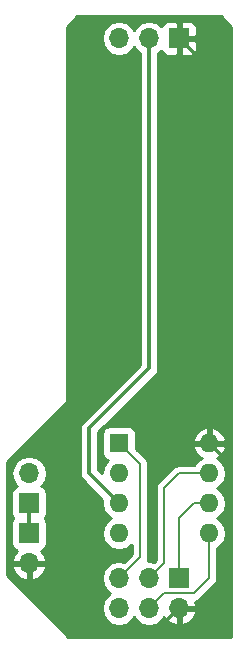
<source format=gtl>
G04 #@! TF.FileFunction,Copper,L1,Top,Signal*
%FSLAX46Y46*%
G04 Gerber Fmt 4.6, Leading zero omitted, Abs format (unit mm)*
G04 Created by KiCad (PCBNEW 4.0.7-e2-6376~61~ubuntu18.04.1) date Sat Nov 23 09:42:22 2019*
%MOMM*%
%LPD*%
G01*
G04 APERTURE LIST*
%ADD10C,0.100000*%
%ADD11R,1.700000X1.700000*%
%ADD12O,1.700000X1.700000*%
%ADD13R,1.600000X1.600000*%
%ADD14O,1.600000X1.600000*%
%ADD15C,0.304800*%
%ADD16C,0.152400*%
%ADD17C,0.254000*%
G04 APERTURE END LIST*
D10*
D11*
X15240000Y63500000D03*
D12*
X12700000Y63500000D03*
X10160000Y63500000D03*
D11*
X2540000Y21590000D03*
D12*
X2540000Y19050000D03*
D11*
X2540000Y24130000D03*
D12*
X2540000Y26670000D03*
D13*
X10160000Y29210000D03*
D14*
X17780000Y21590000D03*
X10160000Y26670000D03*
X17780000Y24130000D03*
X10160000Y24130000D03*
X17780000Y26670000D03*
X10160000Y21590000D03*
X17780000Y29210000D03*
D11*
X15240000Y17780000D03*
D12*
X15240000Y15240000D03*
X12700000Y17780000D03*
X12700000Y15240000D03*
X10160000Y17780000D03*
X10160000Y15240000D03*
D15*
X17780000Y29210000D02*
X19558000Y27432000D01*
X17780000Y29210000D02*
X17780000Y60960000D01*
X17780000Y60960000D02*
X15240000Y63500000D01*
X15240000Y15240000D02*
X13462000Y13462000D01*
X3810000Y19050000D02*
X2540000Y19050000D01*
X9398000Y13462000D02*
X3810000Y19050000D01*
X13462000Y13462000D02*
X9398000Y13462000D01*
X17780000Y15240000D02*
X15240000Y15240000D01*
X19558000Y16510000D02*
X17780000Y15240000D01*
X19558000Y27432000D02*
X19558000Y16510000D01*
X10160000Y24130000D02*
X7620000Y26670000D01*
X12700000Y35560000D02*
X12700000Y63500000D01*
X7620000Y30480000D02*
X12700000Y35560000D01*
X7620000Y26670000D02*
X7620000Y30480000D01*
X2540000Y24130000D02*
X2540000Y21590000D01*
D16*
X10160000Y29210000D02*
X11938000Y27432000D01*
X11938000Y19558000D02*
X10160000Y17780000D01*
X11938000Y27432000D02*
X11938000Y19558000D01*
X17780000Y21590000D02*
X17780000Y17780000D01*
X13970000Y16510000D02*
X12700000Y15240000D01*
X16510000Y16510000D02*
X13970000Y16510000D01*
X17780000Y17780000D02*
X16510000Y16510000D01*
X17780000Y24130000D02*
X16510000Y24130000D01*
X15240000Y22860000D02*
X15240000Y17780000D01*
X16510000Y24130000D02*
X15240000Y22860000D01*
X13970000Y20320000D02*
X13970000Y19050000D01*
X13970000Y19050000D02*
X12700000Y17780000D01*
X17780000Y26670000D02*
X15240000Y26670000D01*
X13970000Y25400000D02*
X13970000Y20320000D01*
X13970000Y20320000D02*
X13970000Y20320000D01*
X15240000Y26670000D02*
X13970000Y25400000D01*
D17*
G36*
X19635000Y64486264D02*
X19635000Y12827000D01*
X5739738Y12827000D01*
X5712857Y12962138D01*
X5564368Y13184368D01*
X685000Y18063736D01*
X685000Y18693110D01*
X1098524Y18693110D01*
X1268355Y18283076D01*
X1658642Y17854817D01*
X2183108Y17608514D01*
X2413000Y17729181D01*
X2413000Y18923000D01*
X2667000Y18923000D01*
X2667000Y17729181D01*
X2896892Y17608514D01*
X3421358Y17854817D01*
X3811645Y18283076D01*
X3981476Y18693110D01*
X3860155Y18923000D01*
X2667000Y18923000D01*
X2413000Y18923000D01*
X1219845Y18923000D01*
X1098524Y18693110D01*
X685000Y18693110D01*
X685000Y26670000D01*
X1025907Y26670000D01*
X1138946Y26101715D01*
X1460853Y25619946D01*
X1502452Y25592150D01*
X1454683Y25583162D01*
X1238559Y25444090D01*
X1093569Y25231890D01*
X1042560Y24980000D01*
X1042560Y23280000D01*
X1086838Y23044683D01*
X1207015Y22857923D01*
X1093569Y22691890D01*
X1042560Y22440000D01*
X1042560Y20740000D01*
X1086838Y20504683D01*
X1225910Y20288559D01*
X1438110Y20143569D01*
X1546107Y20121699D01*
X1268355Y19816924D01*
X1098524Y19406890D01*
X1219845Y19177000D01*
X2413000Y19177000D01*
X2413000Y19197000D01*
X2667000Y19197000D01*
X2667000Y19177000D01*
X3860155Y19177000D01*
X3981476Y19406890D01*
X3811645Y19816924D01*
X3535499Y20119937D01*
X3625317Y20136838D01*
X3841441Y20275910D01*
X3986431Y20488110D01*
X4037440Y20740000D01*
X4037440Y22440000D01*
X3993162Y22675317D01*
X3872985Y22862077D01*
X3986431Y23028110D01*
X4037440Y23280000D01*
X4037440Y24980000D01*
X3993162Y25215317D01*
X3854090Y25431441D01*
X3641890Y25576431D01*
X3574459Y25590086D01*
X3619147Y25619946D01*
X3941054Y26101715D01*
X4054093Y26670000D01*
X3941054Y27238285D01*
X3619147Y27720054D01*
X3137378Y28041961D01*
X2569093Y28155000D01*
X2510907Y28155000D01*
X1942622Y28041961D01*
X1460853Y27720054D01*
X1138946Y27238285D01*
X1025907Y26670000D01*
X685000Y26670000D01*
X685000Y27656264D01*
X3508736Y30480000D01*
X6832600Y30480000D01*
X6832600Y26670000D01*
X6892537Y26368675D01*
X7063224Y26113224D01*
X8754883Y24421565D01*
X8696887Y24130000D01*
X8806120Y23580849D01*
X9117189Y23115302D01*
X9499275Y22860000D01*
X9117189Y22604698D01*
X8806120Y22139151D01*
X8696887Y21590000D01*
X8806120Y21040849D01*
X9117189Y20575302D01*
X9582736Y20264233D01*
X10131887Y20155000D01*
X10188113Y20155000D01*
X10737264Y20264233D01*
X11202811Y20575302D01*
X11226800Y20611204D01*
X11226800Y19852589D01*
X10583971Y19209760D01*
X10160000Y19294093D01*
X9591715Y19181054D01*
X9109946Y18859147D01*
X8788039Y18377378D01*
X8675000Y17809093D01*
X8675000Y17750907D01*
X8788039Y17182622D01*
X9109946Y16700853D01*
X9395578Y16510000D01*
X9109946Y16319147D01*
X8788039Y15837378D01*
X8675000Y15269093D01*
X8675000Y15210907D01*
X8788039Y14642622D01*
X9109946Y14160853D01*
X9591715Y13838946D01*
X10160000Y13725907D01*
X10728285Y13838946D01*
X11210054Y14160853D01*
X11430000Y14490026D01*
X11649946Y14160853D01*
X12131715Y13838946D01*
X12700000Y13725907D01*
X13268285Y13838946D01*
X13750054Y14160853D01*
X13977702Y14501553D01*
X14044817Y14358642D01*
X14473076Y13968355D01*
X14883110Y13798524D01*
X15113000Y13919845D01*
X15113000Y15113000D01*
X15367000Y15113000D01*
X15367000Y13919845D01*
X15596890Y13798524D01*
X16006924Y13968355D01*
X16435183Y14358642D01*
X16681486Y14883108D01*
X16560819Y15113000D01*
X15367000Y15113000D01*
X15113000Y15113000D01*
X15093000Y15113000D01*
X15093000Y15367000D01*
X15113000Y15367000D01*
X15113000Y15387000D01*
X15367000Y15387000D01*
X15367000Y15367000D01*
X16560819Y15367000D01*
X16681486Y15596892D01*
X16580115Y15812747D01*
X16782165Y15852937D01*
X17012894Y16007106D01*
X18282894Y17277105D01*
X18437063Y17507835D01*
X18481091Y17729181D01*
X18491200Y17780000D01*
X18491200Y20353726D01*
X18822811Y20575302D01*
X19133880Y21040849D01*
X19243113Y21590000D01*
X19133880Y22139151D01*
X18822811Y22604698D01*
X18440725Y22860000D01*
X18822811Y23115302D01*
X19133880Y23580849D01*
X19243113Y24130000D01*
X19133880Y24679151D01*
X18822811Y25144698D01*
X18440725Y25400000D01*
X18822811Y25655302D01*
X19133880Y26120849D01*
X19243113Y26670000D01*
X19133880Y27219151D01*
X18822811Y27684698D01*
X18418297Y27954986D01*
X18635134Y28057611D01*
X19011041Y28472577D01*
X19171904Y28860961D01*
X19049915Y29083000D01*
X17907000Y29083000D01*
X17907000Y29063000D01*
X17653000Y29063000D01*
X17653000Y29083000D01*
X16510085Y29083000D01*
X16388096Y28860961D01*
X16548959Y28472577D01*
X16924866Y28057611D01*
X17141703Y27954986D01*
X16737189Y27684698D01*
X16534398Y27381200D01*
X15240000Y27381200D01*
X15012990Y27336045D01*
X14967835Y27327063D01*
X14737105Y27172894D01*
X13467106Y25902894D01*
X13312937Y25672165D01*
X13312937Y25672164D01*
X13258800Y25400000D01*
X13258800Y19344589D01*
X13123971Y19209760D01*
X12700000Y19294093D01*
X12585341Y19271286D01*
X12595063Y19285836D01*
X12649200Y19558000D01*
X12649200Y27432000D01*
X12595063Y27704164D01*
X12556044Y27762560D01*
X12440895Y27934894D01*
X11607440Y28768349D01*
X11607440Y29559039D01*
X16388096Y29559039D01*
X16510085Y29337000D01*
X17653000Y29337000D01*
X17653000Y30480629D01*
X17907000Y30480629D01*
X17907000Y29337000D01*
X19049915Y29337000D01*
X19171904Y29559039D01*
X19011041Y29947423D01*
X18635134Y30362389D01*
X18129041Y30601914D01*
X17907000Y30480629D01*
X17653000Y30480629D01*
X17430959Y30601914D01*
X16924866Y30362389D01*
X16548959Y29947423D01*
X16388096Y29559039D01*
X11607440Y29559039D01*
X11607440Y30010000D01*
X11563162Y30245317D01*
X11424090Y30461441D01*
X11211890Y30606431D01*
X10960000Y30657440D01*
X9360000Y30657440D01*
X9124683Y30613162D01*
X8908559Y30474090D01*
X8763569Y30261890D01*
X8712560Y30010000D01*
X8712560Y28410000D01*
X8756838Y28174683D01*
X8895910Y27958559D01*
X9108110Y27813569D01*
X9263089Y27782185D01*
X9117189Y27684698D01*
X8806120Y27219151D01*
X8702970Y26700582D01*
X8407400Y26996152D01*
X8407400Y30153848D01*
X13256776Y35003224D01*
X13427463Y35258675D01*
X13487400Y35560000D01*
X13487400Y62245354D01*
X13750054Y62420853D01*
X13779403Y62464777D01*
X13851673Y62290302D01*
X14030301Y62111673D01*
X14263690Y62015000D01*
X14954250Y62015000D01*
X15113000Y62173750D01*
X15113000Y63373000D01*
X15367000Y63373000D01*
X15367000Y62173750D01*
X15525750Y62015000D01*
X16216310Y62015000D01*
X16449699Y62111673D01*
X16628327Y62290302D01*
X16725000Y62523691D01*
X16725000Y63214250D01*
X16566250Y63373000D01*
X15367000Y63373000D01*
X15113000Y63373000D01*
X15093000Y63373000D01*
X15093000Y63627000D01*
X15113000Y63627000D01*
X15113000Y64826250D01*
X15367000Y64826250D01*
X15367000Y63627000D01*
X16566250Y63627000D01*
X16725000Y63785750D01*
X16725000Y64476309D01*
X16628327Y64709698D01*
X16449699Y64888327D01*
X16216310Y64985000D01*
X15525750Y64985000D01*
X15367000Y64826250D01*
X15113000Y64826250D01*
X14954250Y64985000D01*
X14263690Y64985000D01*
X14030301Y64888327D01*
X13851673Y64709698D01*
X13779403Y64535223D01*
X13750054Y64579147D01*
X13268285Y64901054D01*
X12700000Y65014093D01*
X12131715Y64901054D01*
X11649946Y64579147D01*
X11430000Y64249974D01*
X11210054Y64579147D01*
X10728285Y64901054D01*
X10160000Y65014093D01*
X9591715Y64901054D01*
X9109946Y64579147D01*
X8788039Y64097378D01*
X8675000Y63529093D01*
X8675000Y63470907D01*
X8788039Y62902622D01*
X9109946Y62420853D01*
X9591715Y62098946D01*
X10160000Y61985907D01*
X10728285Y62098946D01*
X11210054Y62420853D01*
X11430000Y62750026D01*
X11649946Y62420853D01*
X11912600Y62245354D01*
X11912600Y35886152D01*
X7063224Y31036776D01*
X6892537Y30781325D01*
X6832600Y30480000D01*
X3508736Y30480000D01*
X5564368Y32535632D01*
X5712857Y32757862D01*
X5765000Y33020000D01*
X5765000Y64486264D01*
X6633736Y65355000D01*
X18766264Y65355000D01*
X19635000Y64486264D01*
X19635000Y64486264D01*
G37*
X19635000Y64486264D02*
X19635000Y12827000D01*
X5739738Y12827000D01*
X5712857Y12962138D01*
X5564368Y13184368D01*
X685000Y18063736D01*
X685000Y18693110D01*
X1098524Y18693110D01*
X1268355Y18283076D01*
X1658642Y17854817D01*
X2183108Y17608514D01*
X2413000Y17729181D01*
X2413000Y18923000D01*
X2667000Y18923000D01*
X2667000Y17729181D01*
X2896892Y17608514D01*
X3421358Y17854817D01*
X3811645Y18283076D01*
X3981476Y18693110D01*
X3860155Y18923000D01*
X2667000Y18923000D01*
X2413000Y18923000D01*
X1219845Y18923000D01*
X1098524Y18693110D01*
X685000Y18693110D01*
X685000Y26670000D01*
X1025907Y26670000D01*
X1138946Y26101715D01*
X1460853Y25619946D01*
X1502452Y25592150D01*
X1454683Y25583162D01*
X1238559Y25444090D01*
X1093569Y25231890D01*
X1042560Y24980000D01*
X1042560Y23280000D01*
X1086838Y23044683D01*
X1207015Y22857923D01*
X1093569Y22691890D01*
X1042560Y22440000D01*
X1042560Y20740000D01*
X1086838Y20504683D01*
X1225910Y20288559D01*
X1438110Y20143569D01*
X1546107Y20121699D01*
X1268355Y19816924D01*
X1098524Y19406890D01*
X1219845Y19177000D01*
X2413000Y19177000D01*
X2413000Y19197000D01*
X2667000Y19197000D01*
X2667000Y19177000D01*
X3860155Y19177000D01*
X3981476Y19406890D01*
X3811645Y19816924D01*
X3535499Y20119937D01*
X3625317Y20136838D01*
X3841441Y20275910D01*
X3986431Y20488110D01*
X4037440Y20740000D01*
X4037440Y22440000D01*
X3993162Y22675317D01*
X3872985Y22862077D01*
X3986431Y23028110D01*
X4037440Y23280000D01*
X4037440Y24980000D01*
X3993162Y25215317D01*
X3854090Y25431441D01*
X3641890Y25576431D01*
X3574459Y25590086D01*
X3619147Y25619946D01*
X3941054Y26101715D01*
X4054093Y26670000D01*
X3941054Y27238285D01*
X3619147Y27720054D01*
X3137378Y28041961D01*
X2569093Y28155000D01*
X2510907Y28155000D01*
X1942622Y28041961D01*
X1460853Y27720054D01*
X1138946Y27238285D01*
X1025907Y26670000D01*
X685000Y26670000D01*
X685000Y27656264D01*
X3508736Y30480000D01*
X6832600Y30480000D01*
X6832600Y26670000D01*
X6892537Y26368675D01*
X7063224Y26113224D01*
X8754883Y24421565D01*
X8696887Y24130000D01*
X8806120Y23580849D01*
X9117189Y23115302D01*
X9499275Y22860000D01*
X9117189Y22604698D01*
X8806120Y22139151D01*
X8696887Y21590000D01*
X8806120Y21040849D01*
X9117189Y20575302D01*
X9582736Y20264233D01*
X10131887Y20155000D01*
X10188113Y20155000D01*
X10737264Y20264233D01*
X11202811Y20575302D01*
X11226800Y20611204D01*
X11226800Y19852589D01*
X10583971Y19209760D01*
X10160000Y19294093D01*
X9591715Y19181054D01*
X9109946Y18859147D01*
X8788039Y18377378D01*
X8675000Y17809093D01*
X8675000Y17750907D01*
X8788039Y17182622D01*
X9109946Y16700853D01*
X9395578Y16510000D01*
X9109946Y16319147D01*
X8788039Y15837378D01*
X8675000Y15269093D01*
X8675000Y15210907D01*
X8788039Y14642622D01*
X9109946Y14160853D01*
X9591715Y13838946D01*
X10160000Y13725907D01*
X10728285Y13838946D01*
X11210054Y14160853D01*
X11430000Y14490026D01*
X11649946Y14160853D01*
X12131715Y13838946D01*
X12700000Y13725907D01*
X13268285Y13838946D01*
X13750054Y14160853D01*
X13977702Y14501553D01*
X14044817Y14358642D01*
X14473076Y13968355D01*
X14883110Y13798524D01*
X15113000Y13919845D01*
X15113000Y15113000D01*
X15367000Y15113000D01*
X15367000Y13919845D01*
X15596890Y13798524D01*
X16006924Y13968355D01*
X16435183Y14358642D01*
X16681486Y14883108D01*
X16560819Y15113000D01*
X15367000Y15113000D01*
X15113000Y15113000D01*
X15093000Y15113000D01*
X15093000Y15367000D01*
X15113000Y15367000D01*
X15113000Y15387000D01*
X15367000Y15387000D01*
X15367000Y15367000D01*
X16560819Y15367000D01*
X16681486Y15596892D01*
X16580115Y15812747D01*
X16782165Y15852937D01*
X17012894Y16007106D01*
X18282894Y17277105D01*
X18437063Y17507835D01*
X18481091Y17729181D01*
X18491200Y17780000D01*
X18491200Y20353726D01*
X18822811Y20575302D01*
X19133880Y21040849D01*
X19243113Y21590000D01*
X19133880Y22139151D01*
X18822811Y22604698D01*
X18440725Y22860000D01*
X18822811Y23115302D01*
X19133880Y23580849D01*
X19243113Y24130000D01*
X19133880Y24679151D01*
X18822811Y25144698D01*
X18440725Y25400000D01*
X18822811Y25655302D01*
X19133880Y26120849D01*
X19243113Y26670000D01*
X19133880Y27219151D01*
X18822811Y27684698D01*
X18418297Y27954986D01*
X18635134Y28057611D01*
X19011041Y28472577D01*
X19171904Y28860961D01*
X19049915Y29083000D01*
X17907000Y29083000D01*
X17907000Y29063000D01*
X17653000Y29063000D01*
X17653000Y29083000D01*
X16510085Y29083000D01*
X16388096Y28860961D01*
X16548959Y28472577D01*
X16924866Y28057611D01*
X17141703Y27954986D01*
X16737189Y27684698D01*
X16534398Y27381200D01*
X15240000Y27381200D01*
X15012990Y27336045D01*
X14967835Y27327063D01*
X14737105Y27172894D01*
X13467106Y25902894D01*
X13312937Y25672165D01*
X13312937Y25672164D01*
X13258800Y25400000D01*
X13258800Y19344589D01*
X13123971Y19209760D01*
X12700000Y19294093D01*
X12585341Y19271286D01*
X12595063Y19285836D01*
X12649200Y19558000D01*
X12649200Y27432000D01*
X12595063Y27704164D01*
X12556044Y27762560D01*
X12440895Y27934894D01*
X11607440Y28768349D01*
X11607440Y29559039D01*
X16388096Y29559039D01*
X16510085Y29337000D01*
X17653000Y29337000D01*
X17653000Y30480629D01*
X17907000Y30480629D01*
X17907000Y29337000D01*
X19049915Y29337000D01*
X19171904Y29559039D01*
X19011041Y29947423D01*
X18635134Y30362389D01*
X18129041Y30601914D01*
X17907000Y30480629D01*
X17653000Y30480629D01*
X17430959Y30601914D01*
X16924866Y30362389D01*
X16548959Y29947423D01*
X16388096Y29559039D01*
X11607440Y29559039D01*
X11607440Y30010000D01*
X11563162Y30245317D01*
X11424090Y30461441D01*
X11211890Y30606431D01*
X10960000Y30657440D01*
X9360000Y30657440D01*
X9124683Y30613162D01*
X8908559Y30474090D01*
X8763569Y30261890D01*
X8712560Y30010000D01*
X8712560Y28410000D01*
X8756838Y28174683D01*
X8895910Y27958559D01*
X9108110Y27813569D01*
X9263089Y27782185D01*
X9117189Y27684698D01*
X8806120Y27219151D01*
X8702970Y26700582D01*
X8407400Y26996152D01*
X8407400Y30153848D01*
X13256776Y35003224D01*
X13427463Y35258675D01*
X13487400Y35560000D01*
X13487400Y62245354D01*
X13750054Y62420853D01*
X13779403Y62464777D01*
X13851673Y62290302D01*
X14030301Y62111673D01*
X14263690Y62015000D01*
X14954250Y62015000D01*
X15113000Y62173750D01*
X15113000Y63373000D01*
X15367000Y63373000D01*
X15367000Y62173750D01*
X15525750Y62015000D01*
X16216310Y62015000D01*
X16449699Y62111673D01*
X16628327Y62290302D01*
X16725000Y62523691D01*
X16725000Y63214250D01*
X16566250Y63373000D01*
X15367000Y63373000D01*
X15113000Y63373000D01*
X15093000Y63373000D01*
X15093000Y63627000D01*
X15113000Y63627000D01*
X15113000Y64826250D01*
X15367000Y64826250D01*
X15367000Y63627000D01*
X16566250Y63627000D01*
X16725000Y63785750D01*
X16725000Y64476309D01*
X16628327Y64709698D01*
X16449699Y64888327D01*
X16216310Y64985000D01*
X15525750Y64985000D01*
X15367000Y64826250D01*
X15113000Y64826250D01*
X14954250Y64985000D01*
X14263690Y64985000D01*
X14030301Y64888327D01*
X13851673Y64709698D01*
X13779403Y64535223D01*
X13750054Y64579147D01*
X13268285Y64901054D01*
X12700000Y65014093D01*
X12131715Y64901054D01*
X11649946Y64579147D01*
X11430000Y64249974D01*
X11210054Y64579147D01*
X10728285Y64901054D01*
X10160000Y65014093D01*
X9591715Y64901054D01*
X9109946Y64579147D01*
X8788039Y64097378D01*
X8675000Y63529093D01*
X8675000Y63470907D01*
X8788039Y62902622D01*
X9109946Y62420853D01*
X9591715Y62098946D01*
X10160000Y61985907D01*
X10728285Y62098946D01*
X11210054Y62420853D01*
X11430000Y62750026D01*
X11649946Y62420853D01*
X11912600Y62245354D01*
X11912600Y35886152D01*
X7063224Y31036776D01*
X6892537Y30781325D01*
X6832600Y30480000D01*
X3508736Y30480000D01*
X5564368Y32535632D01*
X5712857Y32757862D01*
X5765000Y33020000D01*
X5765000Y64486264D01*
X6633736Y65355000D01*
X18766264Y65355000D01*
X19635000Y64486264D01*
M02*

</source>
